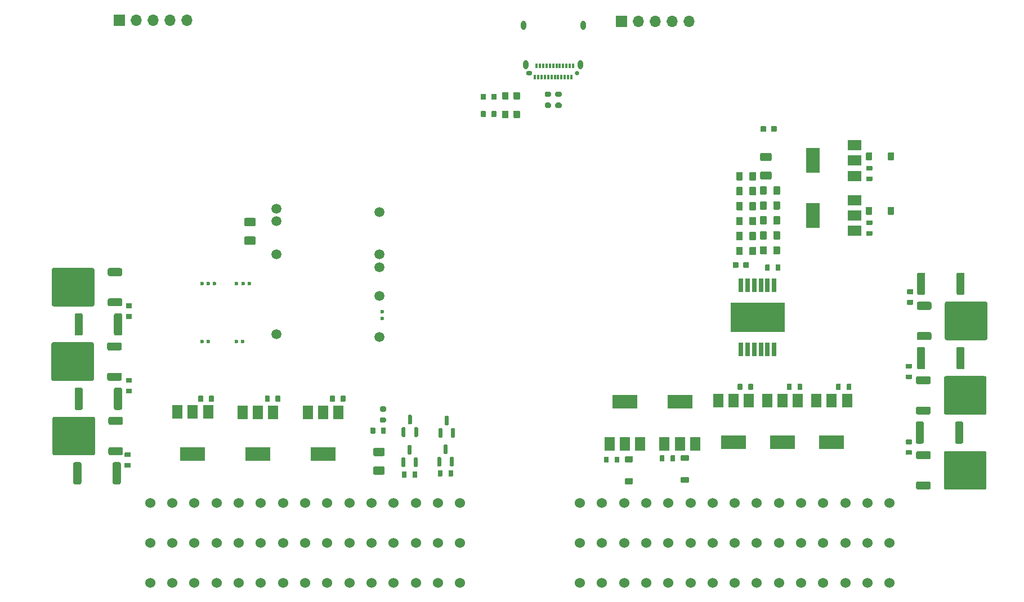
<source format=gts>
G04 #@! TF.GenerationSoftware,KiCad,Pcbnew,7.0.10-7.0.10~ubuntu22.04.1*
G04 #@! TF.CreationDate,2024-01-28T11:22:59+00:00*
G04 #@! TF.ProjectId,lewycustom,6c657779-6375-4737-946f-6d2e6b696361,rev?*
G04 #@! TF.SameCoordinates,Original*
G04 #@! TF.FileFunction,Soldermask,Top*
G04 #@! TF.FilePolarity,Negative*
%FSLAX46Y46*%
G04 Gerber Fmt 4.6, Leading zero omitted, Abs format (unit mm)*
G04 Created by KiCad (PCBNEW 7.0.10-7.0.10~ubuntu22.04.1) date 2024-01-28 11:22:59*
%MOMM*%
%LPD*%
G01*
G04 APERTURE LIST*
%ADD10C,0.600000*%
%ADD11R,1.500000X2.000000*%
%ADD12R,3.800000X2.000000*%
%ADD13C,0.650000*%
%ADD14O,0.950000X0.650000*%
%ADD15R,0.300000X0.700000*%
%ADD16O,0.800000X1.400000*%
%ADD17R,0.650000X2.000000*%
%ADD18R,8.100000X4.500000*%
%ADD19R,1.700000X1.700000*%
%ADD20O,1.700000X1.700000*%
%ADD21C,1.524000*%
%ADD22R,2.000000X1.500000*%
%ADD23R,2.000000X3.800000*%
%ADD24C,1.500000*%
G04 APERTURE END LIST*
D10*
G04 #@! TO.C,M4*
X33600000Y52950000D03*
X34550000Y52950000D03*
X35499998Y52950000D03*
X34500000Y44250000D03*
X33600000Y44250000D03*
G04 #@! TD*
D11*
G04 #@! TO.C,Q1*
X29300000Y33600000D03*
X27000000Y33600000D03*
X24700000Y33600000D03*
D12*
X27000000Y27300000D03*
G04 #@! TD*
G04 #@! TO.C,C8*
G36*
G01*
X115320000Y60725000D02*
X115320000Y59675000D01*
G75*
G02*
X115220000Y59575000I-100000J0D01*
G01*
X114420000Y59575000D01*
G75*
G02*
X114320000Y59675000I0J100000D01*
G01*
X114320000Y60725000D01*
G75*
G02*
X114420000Y60825000I100000J0D01*
G01*
X115220000Y60825000D01*
G75*
G02*
X115320000Y60725000I0J-100000D01*
G01*
G37*
G36*
G01*
X113320000Y60725000D02*
X113320000Y59675000D01*
G75*
G02*
X113220000Y59575000I-100000J0D01*
G01*
X112420000Y59575000D01*
G75*
G02*
X112320000Y59675000I0J100000D01*
G01*
X112320000Y60725000D01*
G75*
G02*
X112420000Y60825000I100000J0D01*
G01*
X113220000Y60825000D01*
G75*
G02*
X113320000Y60725000I0J-100000D01*
G01*
G37*
G04 #@! TD*
G04 #@! TO.C,D5*
G36*
G01*
X64400000Y29725000D02*
X64100000Y29725000D01*
G75*
G02*
X63950000Y29875000I0J150000D01*
G01*
X63950000Y31050000D01*
G75*
G02*
X64100000Y31200000I150000J0D01*
G01*
X64400000Y31200000D01*
G75*
G02*
X64550000Y31050000I0J-150000D01*
G01*
X64550000Y29875000D01*
G75*
G02*
X64400000Y29725000I-150000J0D01*
G01*
G37*
G36*
G01*
X65350000Y31600000D02*
X65050000Y31600000D01*
G75*
G02*
X64900000Y31750000I0J150000D01*
G01*
X64900000Y32925000D01*
G75*
G02*
X65050000Y33075000I150000J0D01*
G01*
X65350000Y33075000D01*
G75*
G02*
X65500000Y32925000I0J-150000D01*
G01*
X65500000Y31750000D01*
G75*
G02*
X65350000Y31600000I-150000J0D01*
G01*
G37*
G36*
G01*
X66300000Y29725000D02*
X66000000Y29725000D01*
G75*
G02*
X65850000Y29875000I0J150000D01*
G01*
X65850000Y31050000D01*
G75*
G02*
X66000000Y31200000I150000J0D01*
G01*
X66300000Y31200000D01*
G75*
G02*
X66450000Y31050000I0J-150000D01*
G01*
X66450000Y29875000D01*
G75*
G02*
X66300000Y29725000I-150000J0D01*
G01*
G37*
G04 #@! TD*
G04 #@! TO.C,R22*
G36*
G01*
X16375000Y37025000D02*
X16375000Y34175000D01*
G75*
G02*
X16125000Y33925000I-250000J0D01*
G01*
X15400000Y33925000D01*
G75*
G02*
X15150000Y34175000I0J250000D01*
G01*
X15150000Y37025000D01*
G75*
G02*
X15400000Y37275000I250000J0D01*
G01*
X16125000Y37275000D01*
G75*
G02*
X16375000Y37025000I0J-250000D01*
G01*
G37*
G36*
G01*
X10450000Y37025000D02*
X10450000Y34175000D01*
G75*
G02*
X10200000Y33925000I-250000J0D01*
G01*
X9475000Y33925000D01*
G75*
G02*
X9225000Y34175000I0J250000D01*
G01*
X9225000Y37025000D01*
G75*
G02*
X9475000Y37275000I250000J0D01*
G01*
X10200000Y37275000D01*
G75*
G02*
X10450000Y37025000I0J-250000D01*
G01*
G37*
G04 #@! TD*
G04 #@! TO.C,R5*
G36*
G01*
X115370000Y55740000D02*
X115370000Y54960000D01*
G75*
G02*
X115300000Y54890000I-70000J0D01*
G01*
X114740000Y54890000D01*
G75*
G02*
X114670000Y54960000I0J70000D01*
G01*
X114670000Y55740000D01*
G75*
G02*
X114740000Y55810000I70000J0D01*
G01*
X115300000Y55810000D01*
G75*
G02*
X115370000Y55740000I0J-70000D01*
G01*
G37*
G36*
G01*
X113770000Y55740000D02*
X113770000Y54960000D01*
G75*
G02*
X113700000Y54890000I-70000J0D01*
G01*
X113140000Y54890000D01*
G75*
G02*
X113070000Y54960000I0J70000D01*
G01*
X113070000Y55740000D01*
G75*
G02*
X113140000Y55810000I70000J0D01*
G01*
X113700000Y55810000D01*
G75*
G02*
X113770000Y55740000I0J-70000D01*
G01*
G37*
G04 #@! TD*
G04 #@! TO.C,D6*
G36*
G01*
X58850000Y29862500D02*
X58550000Y29862500D01*
G75*
G02*
X58400000Y30012500I0J150000D01*
G01*
X58400000Y31187500D01*
G75*
G02*
X58550000Y31337500I150000J0D01*
G01*
X58850000Y31337500D01*
G75*
G02*
X59000000Y31187500I0J-150000D01*
G01*
X59000000Y30012500D01*
G75*
G02*
X58850000Y29862500I-150000J0D01*
G01*
G37*
G36*
G01*
X59800000Y31737500D02*
X59500000Y31737500D01*
G75*
G02*
X59350000Y31887500I0J150000D01*
G01*
X59350000Y33062500D01*
G75*
G02*
X59500000Y33212500I150000J0D01*
G01*
X59800000Y33212500D01*
G75*
G02*
X59950000Y33062500I0J-150000D01*
G01*
X59950000Y31887500D01*
G75*
G02*
X59800000Y31737500I-150000J0D01*
G01*
G37*
G36*
G01*
X60750000Y29862500D02*
X60450000Y29862500D01*
G75*
G02*
X60300000Y30012500I0J150000D01*
G01*
X60300000Y31187500D01*
G75*
G02*
X60450000Y31337500I150000J0D01*
G01*
X60750000Y31337500D01*
G75*
G02*
X60900000Y31187500I0J-150000D01*
G01*
X60900000Y30012500D01*
G75*
G02*
X60750000Y29862500I-150000J0D01*
G01*
G37*
G04 #@! TD*
G04 #@! TO.C,R4*
G36*
G01*
X80675000Y79375000D02*
X80125000Y79375000D01*
G75*
G02*
X79925000Y79575000I0J200000D01*
G01*
X79925000Y79975000D01*
G75*
G02*
X80125000Y80175000I200000J0D01*
G01*
X80675000Y80175000D01*
G75*
G02*
X80875000Y79975000I0J-200000D01*
G01*
X80875000Y79575000D01*
G75*
G02*
X80675000Y79375000I-200000J0D01*
G01*
G37*
G36*
G01*
X80675000Y81025000D02*
X80125000Y81025000D01*
G75*
G02*
X79925000Y81225000I0J200000D01*
G01*
X79925000Y81625000D01*
G75*
G02*
X80125000Y81825000I200000J0D01*
G01*
X80675000Y81825000D01*
G75*
G02*
X80875000Y81625000I0J-200000D01*
G01*
X80875000Y81225000D01*
G75*
G02*
X80675000Y81025000I-200000J0D01*
G01*
G37*
G04 #@! TD*
G04 #@! TO.C,D7*
G36*
G01*
X76199999Y78849998D02*
X76199999Y77949998D01*
G75*
G02*
X76099999Y77849998I-100000J0D01*
G01*
X75299999Y77849998D01*
G75*
G02*
X75199999Y77949998I0J100000D01*
G01*
X75199999Y78849998D01*
G75*
G02*
X75299999Y78949998I100000J0D01*
G01*
X76099999Y78949998D01*
G75*
G02*
X76199999Y78849998I0J-100000D01*
G01*
G37*
G36*
G01*
X74499999Y78849998D02*
X74499999Y77949998D01*
G75*
G02*
X74399999Y77849998I-100000J0D01*
G01*
X73599999Y77849998D01*
G75*
G02*
X73499999Y77949998I0J100000D01*
G01*
X73499999Y78849998D01*
G75*
G02*
X73599999Y78949998I100000J0D01*
G01*
X74399999Y78949998D01*
G75*
G02*
X74499999Y78849998I0J-100000D01*
G01*
G37*
G04 #@! TD*
G04 #@! TO.C,C1*
G36*
G01*
X108720000Y68575000D02*
X108720000Y69625000D01*
G75*
G02*
X108820000Y69725000I100000J0D01*
G01*
X109620000Y69725000D01*
G75*
G02*
X109720000Y69625000I0J-100000D01*
G01*
X109720000Y68575000D01*
G75*
G02*
X109620000Y68475000I-100000J0D01*
G01*
X108820000Y68475000D01*
G75*
G02*
X108720000Y68575000I0J100000D01*
G01*
G37*
G36*
G01*
X110720000Y68575000D02*
X110720000Y69625000D01*
G75*
G02*
X110820000Y69725000I100000J0D01*
G01*
X111620000Y69725000D01*
G75*
G02*
X111720000Y69625000I0J-100000D01*
G01*
X111720000Y68575000D01*
G75*
G02*
X111620000Y68475000I-100000J0D01*
G01*
X110820000Y68475000D01*
G75*
G02*
X110720000Y68575000I0J100000D01*
G01*
G37*
G04 #@! TD*
G04 #@! TO.C,C5*
G36*
G01*
X108720000Y59575000D02*
X108720000Y60625000D01*
G75*
G02*
X108820000Y60725000I100000J0D01*
G01*
X109620000Y60725000D01*
G75*
G02*
X109720000Y60625000I0J-100000D01*
G01*
X109720000Y59575000D01*
G75*
G02*
X109620000Y59475000I-100000J0D01*
G01*
X108820000Y59475000D01*
G75*
G02*
X108720000Y59575000I0J100000D01*
G01*
G37*
G36*
G01*
X110720000Y59575000D02*
X110720000Y60625000D01*
G75*
G02*
X110820000Y60725000I100000J0D01*
G01*
X111620000Y60725000D01*
G75*
G02*
X111720000Y60625000I0J-100000D01*
G01*
X111720000Y59575000D01*
G75*
G02*
X111620000Y59475000I-100000J0D01*
G01*
X110820000Y59475000D01*
G75*
G02*
X110720000Y59575000I0J100000D01*
G01*
G37*
G04 #@! TD*
G04 #@! TO.C,R19*
G36*
G01*
X17010000Y38750000D02*
X17790000Y38750000D01*
G75*
G02*
X17860000Y38680000I0J-70000D01*
G01*
X17860000Y38120000D01*
G75*
G02*
X17790000Y38050000I-70000J0D01*
G01*
X17010000Y38050000D01*
G75*
G02*
X16940000Y38120000I0J70000D01*
G01*
X16940000Y38680000D01*
G75*
G02*
X17010000Y38750000I70000J0D01*
G01*
G37*
G36*
G01*
X17010000Y37150000D02*
X17790000Y37150000D01*
G75*
G02*
X17860000Y37080000I0J-70000D01*
G01*
X17860000Y36520000D01*
G75*
G02*
X17790000Y36450000I-70000J0D01*
G01*
X17010000Y36450000D01*
G75*
G02*
X16940000Y36520000I0J70000D01*
G01*
X16940000Y37080000D01*
G75*
G02*
X17010000Y37150000I70000J0D01*
G01*
G37*
G04 #@! TD*
G04 #@! TO.C,R17*
G36*
G01*
X135925000Y51495000D02*
X135925000Y54345000D01*
G75*
G02*
X136175000Y54595000I250000J0D01*
G01*
X136900000Y54595000D01*
G75*
G02*
X137150000Y54345000I0J-250000D01*
G01*
X137150000Y51495000D01*
G75*
G02*
X136900000Y51245000I-250000J0D01*
G01*
X136175000Y51245000D01*
G75*
G02*
X135925000Y51495000I0J250000D01*
G01*
G37*
G36*
G01*
X141850000Y51495000D02*
X141850000Y54345000D01*
G75*
G02*
X142100000Y54595000I250000J0D01*
G01*
X142825000Y54595000D01*
G75*
G02*
X143075000Y54345000I0J-250000D01*
G01*
X143075000Y51495000D01*
G75*
G02*
X142825000Y51245000I-250000J0D01*
G01*
X142100000Y51245000D01*
G75*
G02*
X141850000Y51495000I0J250000D01*
G01*
G37*
G04 #@! TD*
G04 #@! TO.C,R8*
G36*
G01*
X37850000Y35210000D02*
X37850000Y35990000D01*
G75*
G02*
X37920000Y36060000I70000J0D01*
G01*
X38480000Y36060000D01*
G75*
G02*
X38550000Y35990000I0J-70000D01*
G01*
X38550000Y35210000D01*
G75*
G02*
X38480000Y35140000I-70000J0D01*
G01*
X37920000Y35140000D01*
G75*
G02*
X37850000Y35210000I0J70000D01*
G01*
G37*
G36*
G01*
X39450000Y35210000D02*
X39450000Y35990000D01*
G75*
G02*
X39520000Y36060000I70000J0D01*
G01*
X40080000Y36060000D01*
G75*
G02*
X40150000Y35990000I0J-70000D01*
G01*
X40150000Y35210000D01*
G75*
G02*
X40080000Y35140000I-70000J0D01*
G01*
X39520000Y35140000D01*
G75*
G02*
X39450000Y35210000I0J70000D01*
G01*
G37*
G04 #@! TD*
G04 #@! TO.C,C11*
G36*
G01*
X115320000Y67475000D02*
X115320000Y66425000D01*
G75*
G02*
X115220000Y66325000I-100000J0D01*
G01*
X114420000Y66325000D01*
G75*
G02*
X114320000Y66425000I0J100000D01*
G01*
X114320000Y67475000D01*
G75*
G02*
X114420000Y67575000I100000J0D01*
G01*
X115220000Y67575000D01*
G75*
G02*
X115320000Y67475000I0J-100000D01*
G01*
G37*
G36*
G01*
X113320000Y67475000D02*
X113320000Y66425000D01*
G75*
G02*
X113220000Y66325000I-100000J0D01*
G01*
X112420000Y66325000D01*
G75*
G02*
X112320000Y66425000I0J100000D01*
G01*
X112320000Y67475000D01*
G75*
G02*
X112420000Y67575000I100000J0D01*
G01*
X113220000Y67575000D01*
G75*
G02*
X113320000Y67475000I0J-100000D01*
G01*
G37*
G04 #@! TD*
G04 #@! TO.C,R23*
G36*
G01*
X16175000Y25825000D02*
X16175000Y22975000D01*
G75*
G02*
X15925000Y22725000I-250000J0D01*
G01*
X15200000Y22725000D01*
G75*
G02*
X14950000Y22975000I0J250000D01*
G01*
X14950000Y25825000D01*
G75*
G02*
X15200000Y26075000I250000J0D01*
G01*
X15925000Y26075000D01*
G75*
G02*
X16175000Y25825000I0J-250000D01*
G01*
G37*
G36*
G01*
X10250000Y25825000D02*
X10250000Y22975000D01*
G75*
G02*
X10000000Y22725000I-250000J0D01*
G01*
X9275000Y22725000D01*
G75*
G02*
X9025000Y22975000I0J250000D01*
G01*
X9025000Y25825000D01*
G75*
G02*
X9275000Y26075000I250000J0D01*
G01*
X10000000Y26075000D01*
G75*
G02*
X10250000Y25825000I0J-250000D01*
G01*
G37*
G04 #@! TD*
G04 #@! TO.C,R16*
G36*
G01*
X135925000Y40295000D02*
X135925000Y43145000D01*
G75*
G02*
X136175000Y43395000I250000J0D01*
G01*
X136900000Y43395000D01*
G75*
G02*
X137150000Y43145000I0J-250000D01*
G01*
X137150000Y40295000D01*
G75*
G02*
X136900000Y40045000I-250000J0D01*
G01*
X136175000Y40045000D01*
G75*
G02*
X135925000Y40295000I0J250000D01*
G01*
G37*
G36*
G01*
X141850000Y40295000D02*
X141850000Y43145000D01*
G75*
G02*
X142100000Y43395000I250000J0D01*
G01*
X142825000Y43395000D01*
G75*
G02*
X143075000Y43145000I0J-250000D01*
G01*
X143075000Y40295000D01*
G75*
G02*
X142825000Y40045000I-250000J0D01*
G01*
X142100000Y40045000D01*
G75*
G02*
X141850000Y40295000I0J250000D01*
G01*
G37*
G04 #@! TD*
D11*
G04 #@! TO.C,Q4*
X118000000Y35350000D03*
X115700000Y35350000D03*
X113400000Y35350000D03*
D12*
X115700000Y29050000D03*
G04 #@! TD*
G04 #@! TO.C,C3*
G36*
G01*
X108720000Y64075000D02*
X108720000Y65125000D01*
G75*
G02*
X108820000Y65225000I100000J0D01*
G01*
X109620000Y65225000D01*
G75*
G02*
X109720000Y65125000I0J-100000D01*
G01*
X109720000Y64075000D01*
G75*
G02*
X109620000Y63975000I-100000J0D01*
G01*
X108820000Y63975000D01*
G75*
G02*
X108720000Y64075000I0J100000D01*
G01*
G37*
G36*
G01*
X110720000Y64075000D02*
X110720000Y65125000D01*
G75*
G02*
X110820000Y65225000I100000J0D01*
G01*
X111620000Y65225000D01*
G75*
G02*
X111720000Y65125000I0J-100000D01*
G01*
X111720000Y64075000D01*
G75*
G02*
X111620000Y63975000I-100000J0D01*
G01*
X110820000Y63975000D01*
G75*
G02*
X110720000Y64075000I0J100000D01*
G01*
G37*
G04 #@! TD*
D11*
G04 #@! TO.C,Q5*
X48900000Y33550000D03*
X46600000Y33550000D03*
X44300000Y33550000D03*
D12*
X46600000Y27250000D03*
G04 #@! TD*
G04 #@! TO.C,C2*
G36*
G01*
X108720000Y66325000D02*
X108720000Y67375000D01*
G75*
G02*
X108820000Y67475000I100000J0D01*
G01*
X109620000Y67475000D01*
G75*
G02*
X109720000Y67375000I0J-100000D01*
G01*
X109720000Y66325000D01*
G75*
G02*
X109620000Y66225000I-100000J0D01*
G01*
X108820000Y66225000D01*
G75*
G02*
X108720000Y66325000I0J100000D01*
G01*
G37*
G36*
G01*
X110720000Y66325000D02*
X110720000Y67375000D01*
G75*
G02*
X110820000Y67475000I100000J0D01*
G01*
X111620000Y67475000D01*
G75*
G02*
X111720000Y67375000I0J-100000D01*
G01*
X111720000Y66325000D01*
G75*
G02*
X111620000Y66225000I-100000J0D01*
G01*
X110820000Y66225000D01*
G75*
G02*
X110720000Y66325000I0J100000D01*
G01*
G37*
G04 #@! TD*
G04 #@! TO.C,R12*
G36*
G01*
X135090000Y27170000D02*
X134310000Y27170000D01*
G75*
G02*
X134240000Y27240000I0J70000D01*
G01*
X134240000Y27800000D01*
G75*
G02*
X134310000Y27870000I70000J0D01*
G01*
X135090000Y27870000D01*
G75*
G02*
X135160000Y27800000I0J-70000D01*
G01*
X135160000Y27240000D01*
G75*
G02*
X135090000Y27170000I-70000J0D01*
G01*
G37*
G36*
G01*
X135090000Y28770000D02*
X134310000Y28770000D01*
G75*
G02*
X134240000Y28840000I0J70000D01*
G01*
X134240000Y29400000D01*
G75*
G02*
X134310000Y29470000I70000J0D01*
G01*
X135090000Y29470000D01*
G75*
G02*
X135160000Y29400000I0J-70000D01*
G01*
X135160000Y28840000D01*
G75*
G02*
X135090000Y28770000I-70000J0D01*
G01*
G37*
G04 #@! TD*
D11*
G04 #@! TO.C,Q6*
X110600000Y35350000D03*
X108300000Y35350000D03*
X106000000Y35350000D03*
D12*
X108300000Y29050000D03*
G04 #@! TD*
G04 #@! TO.C,Q18*
G36*
G01*
X58800000Y25325000D02*
X58500000Y25325000D01*
G75*
G02*
X58350000Y25475000I0J150000D01*
G01*
X58350000Y26650000D01*
G75*
G02*
X58500000Y26800000I150000J0D01*
G01*
X58800000Y26800000D01*
G75*
G02*
X58950000Y26650000I0J-150000D01*
G01*
X58950000Y25475000D01*
G75*
G02*
X58800000Y25325000I-150000J0D01*
G01*
G37*
G36*
G01*
X59750000Y27200000D02*
X59450000Y27200000D01*
G75*
G02*
X59300000Y27350000I0J150000D01*
G01*
X59300000Y28525000D01*
G75*
G02*
X59450000Y28675000I150000J0D01*
G01*
X59750000Y28675000D01*
G75*
G02*
X59900000Y28525000I0J-150000D01*
G01*
X59900000Y27350000D01*
G75*
G02*
X59750000Y27200000I-150000J0D01*
G01*
G37*
G36*
G01*
X60700000Y25325000D02*
X60400000Y25325000D01*
G75*
G02*
X60250000Y25475000I0J150000D01*
G01*
X60250000Y26650000D01*
G75*
G02*
X60400000Y26800000I150000J0D01*
G01*
X60700000Y26800000D01*
G75*
G02*
X60850000Y26650000I0J-150000D01*
G01*
X60850000Y25475000D01*
G75*
G02*
X60700000Y25325000I-150000J0D01*
G01*
G37*
G04 #@! TD*
G04 #@! TO.C,Q9*
G36*
G01*
X135900000Y49250000D02*
X135900000Y49950000D01*
G75*
G02*
X136150000Y50200000I250000J0D01*
G01*
X137850000Y50200000D01*
G75*
G02*
X138100000Y49950000I0J-250000D01*
G01*
X138100000Y49250000D01*
G75*
G02*
X137850000Y49000000I-250000J0D01*
G01*
X136150000Y49000000D01*
G75*
G02*
X135900000Y49250000I0J250000D01*
G01*
G37*
G36*
G01*
X140100000Y44669997D02*
X140100000Y49970003D01*
G75*
G02*
X140349997Y50220000I249997J0D01*
G01*
X146250003Y50220000D01*
G75*
G02*
X146500000Y49970003I0J-249997D01*
G01*
X146500000Y44669997D01*
G75*
G02*
X146250003Y44420000I-249997J0D01*
G01*
X140349997Y44420000D01*
G75*
G02*
X140100000Y44669997I0J249997D01*
G01*
G37*
G36*
G01*
X135900000Y44690000D02*
X135900000Y45390000D01*
G75*
G02*
X136150000Y45640000I250000J0D01*
G01*
X137850000Y45640000D01*
G75*
G02*
X138100000Y45390000I0J-250000D01*
G01*
X138100000Y44690000D01*
G75*
G02*
X137850000Y44440000I-250000J0D01*
G01*
X136150000Y44440000D01*
G75*
G02*
X135900000Y44690000I0J250000D01*
G01*
G37*
G04 #@! TD*
D13*
G04 #@! TO.C,J3*
X84800000Y84640000D03*
D14*
X77600000Y84640000D03*
D15*
X83950000Y83980000D03*
X83450000Y83980000D03*
X82950000Y83980000D03*
X82450000Y83980000D03*
X81950000Y83980000D03*
X81450000Y83980000D03*
X80950000Y83980000D03*
X80450000Y83980000D03*
X79950000Y83980000D03*
X79450000Y83980000D03*
X78950000Y83980000D03*
X78450000Y83980000D03*
X78700000Y85680000D03*
X79200000Y85680000D03*
X79700000Y85680000D03*
X80200000Y85680000D03*
X80700000Y85680000D03*
X81200000Y85680000D03*
X81700000Y85680000D03*
X82200000Y85680000D03*
X82700000Y85680000D03*
X83200000Y85680000D03*
X83700000Y85680000D03*
X84200000Y85680000D03*
D16*
X85690000Y91840000D03*
X85330000Y85890000D03*
X77070000Y85890000D03*
X76710000Y91840000D03*
G04 #@! TD*
G04 #@! TO.C,R26*
G36*
G01*
X128360000Y62450000D02*
X129140000Y62450000D01*
G75*
G02*
X129210000Y62380000I0J-70000D01*
G01*
X129210000Y61820000D01*
G75*
G02*
X129140000Y61750000I-70000J0D01*
G01*
X128360000Y61750000D01*
G75*
G02*
X128290000Y61820000I0J70000D01*
G01*
X128290000Y62380000D01*
G75*
G02*
X128360000Y62450000I70000J0D01*
G01*
G37*
G36*
G01*
X128360000Y60850000D02*
X129140000Y60850000D01*
G75*
G02*
X129210000Y60780000I0J-70000D01*
G01*
X129210000Y60220000D01*
G75*
G02*
X129140000Y60150000I-70000J0D01*
G01*
X128360000Y60150000D01*
G75*
G02*
X128290000Y60220000I0J70000D01*
G01*
X128290000Y60780000D01*
G75*
G02*
X128360000Y60850000I70000J0D01*
G01*
G37*
G04 #@! TD*
G04 #@! TO.C,R13*
G36*
G01*
X135090000Y38570000D02*
X134310000Y38570000D01*
G75*
G02*
X134240000Y38640000I0J70000D01*
G01*
X134240000Y39200000D01*
G75*
G02*
X134310000Y39270000I70000J0D01*
G01*
X135090000Y39270000D01*
G75*
G02*
X135160000Y39200000I0J-70000D01*
G01*
X135160000Y38640000D01*
G75*
G02*
X135090000Y38570000I-70000J0D01*
G01*
G37*
G36*
G01*
X135090000Y40170000D02*
X134310000Y40170000D01*
G75*
G02*
X134240000Y40240000I0J70000D01*
G01*
X134240000Y40800000D01*
G75*
G02*
X134310000Y40870000I70000J0D01*
G01*
X135090000Y40870000D01*
G75*
G02*
X135160000Y40800000I0J-70000D01*
G01*
X135160000Y40240000D01*
G75*
G02*
X135090000Y40170000I-70000J0D01*
G01*
G37*
G04 #@! TD*
G04 #@! TO.C,D4*
G36*
G01*
X128250000Y71590000D02*
X128250000Y72610000D01*
G75*
G02*
X128340000Y72700000I90000J0D01*
G01*
X129060000Y72700000D01*
G75*
G02*
X129150000Y72610000I0J-90000D01*
G01*
X129150000Y71590000D01*
G75*
G02*
X129060000Y71500000I-90000J0D01*
G01*
X128340000Y71500000D01*
G75*
G02*
X128250000Y71590000I0J90000D01*
G01*
G37*
G36*
G01*
X131550000Y71590000D02*
X131550000Y72610000D01*
G75*
G02*
X131640000Y72700000I90000J0D01*
G01*
X132360000Y72700000D01*
G75*
G02*
X132450000Y72610000I0J-90000D01*
G01*
X132450000Y71590000D01*
G75*
G02*
X132360000Y71500000I-90000J0D01*
G01*
X131640000Y71500000D01*
G75*
G02*
X131550000Y71590000I0J90000D01*
G01*
G37*
G04 #@! TD*
G04 #@! TO.C,Q7*
G36*
G01*
X135775000Y26775000D02*
X135775000Y27475000D01*
G75*
G02*
X136025000Y27725000I250000J0D01*
G01*
X137725000Y27725000D01*
G75*
G02*
X137975000Y27475000I0J-250000D01*
G01*
X137975000Y26775000D01*
G75*
G02*
X137725000Y26525000I-250000J0D01*
G01*
X136025000Y26525000D01*
G75*
G02*
X135775000Y26775000I0J250000D01*
G01*
G37*
G36*
G01*
X139975000Y22194997D02*
X139975000Y27495003D01*
G75*
G02*
X140224997Y27745000I249997J0D01*
G01*
X146125003Y27745000D01*
G75*
G02*
X146375000Y27495003I0J-249997D01*
G01*
X146375000Y22194997D01*
G75*
G02*
X146125003Y21945000I-249997J0D01*
G01*
X140224997Y21945000D01*
G75*
G02*
X139975000Y22194997I0J249997D01*
G01*
G37*
G36*
G01*
X135775000Y22215000D02*
X135775000Y22915000D01*
G75*
G02*
X136025000Y23165000I250000J0D01*
G01*
X137725000Y23165000D01*
G75*
G02*
X137975000Y22915000I0J-250000D01*
G01*
X137975000Y22215000D01*
G75*
G02*
X137725000Y21965000I-250000J0D01*
G01*
X136025000Y21965000D01*
G75*
G02*
X135775000Y22215000I0J250000D01*
G01*
G37*
G04 #@! TD*
G04 #@! TO.C,R25*
G36*
G01*
X99550000Y27040000D02*
X99550000Y26260000D01*
G75*
G02*
X99480000Y26190000I-70000J0D01*
G01*
X98920000Y26190000D01*
G75*
G02*
X98850000Y26260000I0J70000D01*
G01*
X98850000Y27040000D01*
G75*
G02*
X98920000Y27110000I70000J0D01*
G01*
X99480000Y27110000D01*
G75*
G02*
X99550000Y27040000I0J-70000D01*
G01*
G37*
G36*
G01*
X97950000Y27040000D02*
X97950000Y26260000D01*
G75*
G02*
X97880000Y26190000I-70000J0D01*
G01*
X97320000Y26190000D01*
G75*
G02*
X97250000Y26260000I0J70000D01*
G01*
X97250000Y27040000D01*
G75*
G02*
X97320000Y27110000I70000J0D01*
G01*
X97880000Y27110000D01*
G75*
G02*
X97950000Y27040000I0J-70000D01*
G01*
G37*
G04 #@! TD*
G04 #@! TO.C,R30*
G36*
G01*
X72650000Y78840000D02*
X72650000Y78060000D01*
G75*
G02*
X72580000Y77990000I-70000J0D01*
G01*
X72020000Y77990000D01*
G75*
G02*
X71950000Y78060000I0J70000D01*
G01*
X71950000Y78840000D01*
G75*
G02*
X72020000Y78910000I70000J0D01*
G01*
X72580000Y78910000D01*
G75*
G02*
X72650000Y78840000I0J-70000D01*
G01*
G37*
G36*
G01*
X71050000Y78840000D02*
X71050000Y78060000D01*
G75*
G02*
X70980000Y77990000I-70000J0D01*
G01*
X70420000Y77990000D01*
G75*
G02*
X70350000Y78060000I0J70000D01*
G01*
X70350000Y78840000D01*
G75*
G02*
X70420000Y78910000I70000J0D01*
G01*
X70980000Y78910000D01*
G75*
G02*
X71050000Y78840000I0J-70000D01*
G01*
G37*
G04 #@! TD*
D17*
G04 #@! TO.C,U2*
X114440000Y52675000D03*
X113440000Y52675000D03*
X112440000Y52675000D03*
X111440000Y52675000D03*
X110440000Y52675000D03*
X109440000Y52675000D03*
X109440000Y43075000D03*
X110440000Y43075000D03*
X111440000Y43075000D03*
X112440000Y43075000D03*
X113440000Y43075000D03*
X114440000Y43075000D03*
D18*
X111940000Y47875000D03*
G04 #@! TD*
G04 #@! TO.C,R6*
G36*
G01*
X27850000Y35210000D02*
X27850000Y35990000D01*
G75*
G02*
X27920000Y36060000I70000J0D01*
G01*
X28480000Y36060000D01*
G75*
G02*
X28550000Y35990000I0J-70000D01*
G01*
X28550000Y35210000D01*
G75*
G02*
X28480000Y35140000I-70000J0D01*
G01*
X27920000Y35140000D01*
G75*
G02*
X27850000Y35210000I0J70000D01*
G01*
G37*
G36*
G01*
X29450000Y35210000D02*
X29450000Y35990000D01*
G75*
G02*
X29520000Y36060000I70000J0D01*
G01*
X30080000Y36060000D01*
G75*
G02*
X30150000Y35990000I0J-70000D01*
G01*
X30150000Y35210000D01*
G75*
G02*
X30080000Y35140000I-70000J0D01*
G01*
X29520000Y35140000D01*
G75*
G02*
X29450000Y35210000I0J70000D01*
G01*
G37*
G04 #@! TD*
G04 #@! TO.C,Q11*
G36*
G01*
X16325000Y39270000D02*
X16325000Y38570000D01*
G75*
G02*
X16075000Y38320000I-250000J0D01*
G01*
X14375000Y38320000D01*
G75*
G02*
X14125000Y38570000I0J250000D01*
G01*
X14125000Y39270000D01*
G75*
G02*
X14375000Y39520000I250000J0D01*
G01*
X16075000Y39520000D01*
G75*
G02*
X16325000Y39270000I0J-250000D01*
G01*
G37*
G36*
G01*
X12125000Y43850003D02*
X12125000Y38549997D01*
G75*
G02*
X11875003Y38300000I-249997J0D01*
G01*
X5974997Y38300000D01*
G75*
G02*
X5725000Y38549997I0J249997D01*
G01*
X5725000Y43850003D01*
G75*
G02*
X5974997Y44100000I249997J0D01*
G01*
X11875003Y44100000D01*
G75*
G02*
X12125000Y43850003I0J-249997D01*
G01*
G37*
G36*
G01*
X16325000Y43830000D02*
X16325000Y43130000D01*
G75*
G02*
X16075000Y42880000I-250000J0D01*
G01*
X14375000Y42880000D01*
G75*
G02*
X14125000Y43130000I0J250000D01*
G01*
X14125000Y43830000D01*
G75*
G02*
X14375000Y44080000I250000J0D01*
G01*
X16075000Y44080000D01*
G75*
G02*
X16325000Y43830000I0J-250000D01*
G01*
G37*
G04 #@! TD*
D11*
G04 #@! TO.C,Q2*
X125400000Y35350000D03*
X123100000Y35350000D03*
X120800000Y35350000D03*
D12*
X123100000Y29050000D03*
G04 #@! TD*
D19*
G04 #@! TO.C,J2*
X15980000Y92600000D03*
D20*
X18520000Y92600000D03*
X21060000Y92600000D03*
X23600000Y92600000D03*
X26140000Y92600000D03*
G04 #@! TD*
G04 #@! TO.C,R24*
G36*
G01*
X91150000Y26840000D02*
X91150000Y26060000D01*
G75*
G02*
X91080000Y25990000I-70000J0D01*
G01*
X90520000Y25990000D01*
G75*
G02*
X90450000Y26060000I0J70000D01*
G01*
X90450000Y26840000D01*
G75*
G02*
X90520000Y26910000I70000J0D01*
G01*
X91080000Y26910000D01*
G75*
G02*
X91150000Y26840000I0J-70000D01*
G01*
G37*
G36*
G01*
X89550000Y26840000D02*
X89550000Y26060000D01*
G75*
G02*
X89480000Y25990000I-70000J0D01*
G01*
X88920000Y25990000D01*
G75*
G02*
X88850000Y26060000I0J70000D01*
G01*
X88850000Y26840000D01*
G75*
G02*
X88920000Y26910000I70000J0D01*
G01*
X89480000Y26910000D01*
G75*
G02*
X89550000Y26840000I0J-70000D01*
G01*
G37*
G04 #@! TD*
G04 #@! TO.C,R1*
G36*
G01*
X55325000Y34450000D02*
X55875000Y34450000D01*
G75*
G02*
X56075000Y34250000I0J-200000D01*
G01*
X56075000Y33850000D01*
G75*
G02*
X55875000Y33650000I-200000J0D01*
G01*
X55325000Y33650000D01*
G75*
G02*
X55125000Y33850000I0J200000D01*
G01*
X55125000Y34250000D01*
G75*
G02*
X55325000Y34450000I200000J0D01*
G01*
G37*
G36*
G01*
X55325000Y32800000D02*
X55875000Y32800000D01*
G75*
G02*
X56075000Y32600000I0J-200000D01*
G01*
X56075000Y32200000D01*
G75*
G02*
X55875000Y32000000I-200000J0D01*
G01*
X55325000Y32000000D01*
G75*
G02*
X55125000Y32200000I0J200000D01*
G01*
X55125000Y32600000D01*
G75*
G02*
X55325000Y32800000I200000J0D01*
G01*
G37*
G04 #@! TD*
G04 #@! TO.C,C10*
G36*
G01*
X115320000Y65225000D02*
X115320000Y64175000D01*
G75*
G02*
X115220000Y64075000I-100000J0D01*
G01*
X114420000Y64075000D01*
G75*
G02*
X114320000Y64175000I0J100000D01*
G01*
X114320000Y65225000D01*
G75*
G02*
X114420000Y65325000I100000J0D01*
G01*
X115220000Y65325000D01*
G75*
G02*
X115320000Y65225000I0J-100000D01*
G01*
G37*
G36*
G01*
X113320000Y65225000D02*
X113320000Y64175000D01*
G75*
G02*
X113220000Y64075000I-100000J0D01*
G01*
X112420000Y64075000D01*
G75*
G02*
X112320000Y64175000I0J100000D01*
G01*
X112320000Y65225000D01*
G75*
G02*
X112420000Y65325000I100000J0D01*
G01*
X113220000Y65325000D01*
G75*
G02*
X113320000Y65225000I0J-100000D01*
G01*
G37*
G04 #@! TD*
G04 #@! TO.C,Q17*
G36*
G01*
X64200000Y25387500D02*
X63900000Y25387500D01*
G75*
G02*
X63750000Y25537500I0J150000D01*
G01*
X63750000Y26712500D01*
G75*
G02*
X63900000Y26862500I150000J0D01*
G01*
X64200000Y26862500D01*
G75*
G02*
X64350000Y26712500I0J-150000D01*
G01*
X64350000Y25537500D01*
G75*
G02*
X64200000Y25387500I-150000J0D01*
G01*
G37*
G36*
G01*
X65150000Y27262500D02*
X64850000Y27262500D01*
G75*
G02*
X64700000Y27412500I0J150000D01*
G01*
X64700000Y28587500D01*
G75*
G02*
X64850000Y28737500I150000J0D01*
G01*
X65150000Y28737500D01*
G75*
G02*
X65300000Y28587500I0J-150000D01*
G01*
X65300000Y27412500D01*
G75*
G02*
X65150000Y27262500I-150000J0D01*
G01*
G37*
G36*
G01*
X66100000Y25387500D02*
X65800000Y25387500D01*
G75*
G02*
X65650000Y25537500I0J150000D01*
G01*
X65650000Y26712500D01*
G75*
G02*
X65800000Y26862500I150000J0D01*
G01*
X66100000Y26862500D01*
G75*
G02*
X66250000Y26712500I0J-150000D01*
G01*
X66250000Y25537500D01*
G75*
G02*
X66100000Y25387500I-150000J0D01*
G01*
G37*
G04 #@! TD*
G04 #@! TO.C,R20*
G36*
G01*
X16810000Y27550000D02*
X17590000Y27550000D01*
G75*
G02*
X17660000Y27480000I0J-70000D01*
G01*
X17660000Y26920000D01*
G75*
G02*
X17590000Y26850000I-70000J0D01*
G01*
X16810000Y26850000D01*
G75*
G02*
X16740000Y26920000I0J70000D01*
G01*
X16740000Y27480000D01*
G75*
G02*
X16810000Y27550000I70000J0D01*
G01*
G37*
G36*
G01*
X16810000Y25950000D02*
X17590000Y25950000D01*
G75*
G02*
X17660000Y25880000I0J-70000D01*
G01*
X17660000Y25320000D01*
G75*
G02*
X17590000Y25250000I-70000J0D01*
G01*
X16810000Y25250000D01*
G75*
G02*
X16740000Y25320000I0J70000D01*
G01*
X16740000Y25880000D01*
G75*
G02*
X16810000Y25950000I70000J0D01*
G01*
G37*
G04 #@! TD*
G04 #@! TO.C,D1*
G36*
G01*
X92090000Y26950000D02*
X93110000Y26950000D01*
G75*
G02*
X93200000Y26860000I0J-90000D01*
G01*
X93200000Y26140000D01*
G75*
G02*
X93110000Y26050000I-90000J0D01*
G01*
X92090000Y26050000D01*
G75*
G02*
X92000000Y26140000I0J90000D01*
G01*
X92000000Y26860000D01*
G75*
G02*
X92090000Y26950000I90000J0D01*
G01*
G37*
G36*
G01*
X92090000Y23650000D02*
X93110000Y23650000D01*
G75*
G02*
X93200000Y23560000I0J-90000D01*
G01*
X93200000Y22840000D01*
G75*
G02*
X93110000Y22750000I-90000J0D01*
G01*
X92090000Y22750000D01*
G75*
G02*
X92000000Y22840000I0J90000D01*
G01*
X92000000Y23560000D01*
G75*
G02*
X92090000Y23650000I90000J0D01*
G01*
G37*
G04 #@! TD*
G04 #@! TO.C,R21*
G36*
G01*
X16375000Y48225000D02*
X16375000Y45375000D01*
G75*
G02*
X16125000Y45125000I-250000J0D01*
G01*
X15400000Y45125000D01*
G75*
G02*
X15150000Y45375000I0J250000D01*
G01*
X15150000Y48225000D01*
G75*
G02*
X15400000Y48475000I250000J0D01*
G01*
X16125000Y48475000D01*
G75*
G02*
X16375000Y48225000I0J-250000D01*
G01*
G37*
G36*
G01*
X10450000Y48225000D02*
X10450000Y45375000D01*
G75*
G02*
X10200000Y45125000I-250000J0D01*
G01*
X9475000Y45125000D01*
G75*
G02*
X9225000Y45375000I0J250000D01*
G01*
X9225000Y48225000D01*
G75*
G02*
X9475000Y48475000I250000J0D01*
G01*
X10200000Y48475000D01*
G75*
G02*
X10450000Y48225000I0J-250000D01*
G01*
G37*
G04 #@! TD*
G04 #@! TO.C,R3*
G36*
G01*
X82275000Y79375000D02*
X81725000Y79375000D01*
G75*
G02*
X81525000Y79575000I0J200000D01*
G01*
X81525000Y79975000D01*
G75*
G02*
X81725000Y80175000I200000J0D01*
G01*
X82275000Y80175000D01*
G75*
G02*
X82475000Y79975000I0J-200000D01*
G01*
X82475000Y79575000D01*
G75*
G02*
X82275000Y79375000I-200000J0D01*
G01*
G37*
G36*
G01*
X82275000Y81025000D02*
X81725000Y81025000D01*
G75*
G02*
X81525000Y81225000I0J200000D01*
G01*
X81525000Y81625000D01*
G75*
G02*
X81725000Y81825000I200000J0D01*
G01*
X82275000Y81825000D01*
G75*
G02*
X82475000Y81625000I0J-200000D01*
G01*
X82475000Y81225000D01*
G75*
G02*
X82275000Y81025000I-200000J0D01*
G01*
G37*
G04 #@! TD*
D21*
G04 #@! TO.C,U1*
X20580000Y7944000D03*
X23910000Y7944000D03*
X27240000Y7944000D03*
X30570000Y7944000D03*
X33900000Y7944000D03*
X37230000Y7944000D03*
X40560000Y7944000D03*
X43890000Y7944000D03*
X47220000Y7944000D03*
X50560000Y7944000D03*
X53880000Y7944000D03*
X57210000Y7944000D03*
X60540000Y7944000D03*
X63870000Y7944000D03*
X67200000Y7944000D03*
X20580000Y13944000D03*
X23910000Y13944000D03*
X27240000Y13944000D03*
X30570000Y13944000D03*
X33900000Y13944000D03*
X37230000Y13944000D03*
X40560000Y13944000D03*
X43890000Y13944000D03*
X47220000Y13944000D03*
X50550000Y13944000D03*
X53880000Y13944000D03*
X57210000Y13944000D03*
X60540000Y13944000D03*
X63870000Y13944000D03*
X67200000Y13944000D03*
X20580000Y19944000D03*
X23910000Y19944000D03*
X27240000Y19944000D03*
X30570000Y19944000D03*
X33900000Y19944000D03*
X37230000Y19944000D03*
X40560000Y19944000D03*
X43890000Y19944000D03*
X47220000Y19944000D03*
X50550000Y19944000D03*
X53880000Y19944000D03*
X57210000Y19944000D03*
X60540000Y19944000D03*
X63870000Y19944000D03*
X67200000Y19944000D03*
X85200000Y7944000D03*
X88530000Y7944000D03*
X91860000Y7944000D03*
X95190000Y7944000D03*
X98520000Y7944000D03*
X101850000Y7944000D03*
X105180000Y7944000D03*
X108510000Y7944000D03*
X111840000Y7944000D03*
X115170000Y7944000D03*
X118500000Y7944000D03*
X121830000Y7944000D03*
X125160000Y7944000D03*
X128490000Y7944000D03*
X131820000Y7944000D03*
X85200000Y13944000D03*
X88530000Y13944000D03*
X91860000Y13944000D03*
X95190000Y13944000D03*
X98520000Y13944000D03*
X101850000Y13944000D03*
X105180000Y13944000D03*
X108510000Y13944000D03*
X111840000Y13944000D03*
X115170000Y13944000D03*
X118500000Y13944000D03*
X121830000Y13944000D03*
X125160000Y13944000D03*
X128490000Y13944000D03*
X131820000Y13944000D03*
X85200000Y19944000D03*
X88530000Y19944000D03*
X91860000Y19944000D03*
X95190000Y19944000D03*
X98520000Y19944000D03*
X101850000Y19944000D03*
X105180000Y19944000D03*
X108510000Y19944000D03*
X111840000Y19944000D03*
X115170000Y19944000D03*
X118500000Y19944000D03*
X121830000Y19944000D03*
X125160000Y19944000D03*
X128490000Y19944000D03*
X131820000Y19944000D03*
G04 #@! TD*
D19*
G04 #@! TO.C,J1*
X91520000Y92400000D03*
D20*
X94060000Y92400000D03*
X96600000Y92400000D03*
X99140000Y92400000D03*
X101680000Y92400000D03*
G04 #@! TD*
G04 #@! TO.C,Q12*
G36*
G01*
X16500000Y28070000D02*
X16500000Y27370000D01*
G75*
G02*
X16250000Y27120000I-250000J0D01*
G01*
X14550000Y27120000D01*
G75*
G02*
X14300000Y27370000I0J250000D01*
G01*
X14300000Y28070000D01*
G75*
G02*
X14550000Y28320000I250000J0D01*
G01*
X16250000Y28320000D01*
G75*
G02*
X16500000Y28070000I0J-250000D01*
G01*
G37*
G36*
G01*
X12300000Y32650003D02*
X12300000Y27349997D01*
G75*
G02*
X12050003Y27100000I-249997J0D01*
G01*
X6149997Y27100000D01*
G75*
G02*
X5900000Y27349997I0J249997D01*
G01*
X5900000Y32650003D01*
G75*
G02*
X6149997Y32900000I249997J0D01*
G01*
X12050003Y32900000D01*
G75*
G02*
X12300000Y32650003I0J-249997D01*
G01*
G37*
G36*
G01*
X16500000Y32630000D02*
X16500000Y31930000D01*
G75*
G02*
X16250000Y31680000I-250000J0D01*
G01*
X14550000Y31680000D01*
G75*
G02*
X14300000Y31930000I0J250000D01*
G01*
X14300000Y32630000D01*
G75*
G02*
X14550000Y32880000I250000J0D01*
G01*
X16250000Y32880000D01*
G75*
G02*
X16500000Y32630000I0J-250000D01*
G01*
G37*
G04 #@! TD*
D22*
G04 #@! TO.C,Q16*
X126550000Y69150000D03*
X126550000Y71450000D03*
X126550000Y73750000D03*
D23*
X120250000Y71450000D03*
G04 #@! TD*
D22*
G04 #@! TO.C,Q15*
X126550000Y60900000D03*
X126550000Y63200000D03*
X126550000Y65500000D03*
D23*
X120250000Y63200000D03*
G04 #@! TD*
G04 #@! TO.C,C9*
G36*
G01*
X115320000Y62975000D02*
X115320000Y61925000D01*
G75*
G02*
X115220000Y61825000I-100000J0D01*
G01*
X114420000Y61825000D01*
G75*
G02*
X114320000Y61925000I0J100000D01*
G01*
X114320000Y62975000D01*
G75*
G02*
X114420000Y63075000I100000J0D01*
G01*
X115220000Y63075000D01*
G75*
G02*
X115320000Y62975000I0J-100000D01*
G01*
G37*
G36*
G01*
X113320000Y62975000D02*
X113320000Y61925000D01*
G75*
G02*
X113220000Y61825000I-100000J0D01*
G01*
X112420000Y61825000D01*
G75*
G02*
X112320000Y61925000I0J100000D01*
G01*
X112320000Y62975000D01*
G75*
G02*
X112420000Y63075000I100000J0D01*
G01*
X113220000Y63075000D01*
G75*
G02*
X113320000Y62975000I0J-100000D01*
G01*
G37*
G04 #@! TD*
G04 #@! TO.C,R18*
G36*
G01*
X17010000Y49950000D02*
X17790000Y49950000D01*
G75*
G02*
X17860000Y49880000I0J-70000D01*
G01*
X17860000Y49320000D01*
G75*
G02*
X17790000Y49250000I-70000J0D01*
G01*
X17010000Y49250000D01*
G75*
G02*
X16940000Y49320000I0J70000D01*
G01*
X16940000Y49880000D01*
G75*
G02*
X17010000Y49950000I70000J0D01*
G01*
G37*
G36*
G01*
X17010000Y48350000D02*
X17790000Y48350000D01*
G75*
G02*
X17860000Y48280000I0J-70000D01*
G01*
X17860000Y47720000D01*
G75*
G02*
X17790000Y47650000I-70000J0D01*
G01*
X17010000Y47650000D01*
G75*
G02*
X16940000Y47720000I0J70000D01*
G01*
X16940000Y48280000D01*
G75*
G02*
X17010000Y48350000I70000J0D01*
G01*
G37*
G04 #@! TD*
G04 #@! TO.C,F3*
G36*
G01*
X112575000Y72625000D02*
X113825000Y72625000D01*
G75*
G02*
X114075000Y72375000I0J-250000D01*
G01*
X114075000Y71625000D01*
G75*
G02*
X113825000Y71375000I-250000J0D01*
G01*
X112575000Y71375000D01*
G75*
G02*
X112325000Y71625000I0J250000D01*
G01*
X112325000Y72375000D01*
G75*
G02*
X112575000Y72625000I250000J0D01*
G01*
G37*
G36*
G01*
X112575000Y69825000D02*
X113825000Y69825000D01*
G75*
G02*
X114075000Y69575000I0J-250000D01*
G01*
X114075000Y68825000D01*
G75*
G02*
X113825000Y68575000I-250000J0D01*
G01*
X112575000Y68575000D01*
G75*
G02*
X112325000Y68825000I0J250000D01*
G01*
X112325000Y69575000D01*
G75*
G02*
X112575000Y69825000I250000J0D01*
G01*
G37*
G04 #@! TD*
D24*
G04 #@! TO.C,M5*
X55074996Y63725000D03*
X55074996Y57325003D03*
X55074996Y55425000D03*
X55074996Y51125000D03*
D10*
X55524995Y48725003D03*
X55524995Y47725002D03*
D24*
X55074996Y44875000D03*
X39574999Y64175002D03*
X39574999Y62325003D03*
X39574999Y57375000D03*
X39574999Y45325002D03*
G04 #@! TD*
G04 #@! TO.C,R14*
G36*
G01*
X135290000Y49770000D02*
X134510000Y49770000D01*
G75*
G02*
X134440000Y49840000I0J70000D01*
G01*
X134440000Y50400000D01*
G75*
G02*
X134510000Y50470000I70000J0D01*
G01*
X135290000Y50470000D01*
G75*
G02*
X135360000Y50400000I0J-70000D01*
G01*
X135360000Y49840000D01*
G75*
G02*
X135290000Y49770000I-70000J0D01*
G01*
G37*
G36*
G01*
X135290000Y51370000D02*
X134510000Y51370000D01*
G75*
G02*
X134440000Y51440000I0J70000D01*
G01*
X134440000Y52000000D01*
G75*
G02*
X134510000Y52070000I70000J0D01*
G01*
X135290000Y52070000D01*
G75*
G02*
X135360000Y52000000I0J-70000D01*
G01*
X135360000Y51440000D01*
G75*
G02*
X135290000Y51370000I-70000J0D01*
G01*
G37*
G04 #@! TD*
D11*
G04 #@! TO.C,Q3*
X39100000Y33550000D03*
X36800000Y33550000D03*
X34500000Y33550000D03*
D12*
X36800000Y27250000D03*
G04 #@! TD*
G04 #@! TO.C,R2*
G36*
G01*
X56040000Y31215000D02*
X56040000Y30435000D01*
G75*
G02*
X55970000Y30365000I-70000J0D01*
G01*
X55410000Y30365000D01*
G75*
G02*
X55340000Y30435000I0J70000D01*
G01*
X55340000Y31215000D01*
G75*
G02*
X55410000Y31285000I70000J0D01*
G01*
X55970000Y31285000D01*
G75*
G02*
X56040000Y31215000I0J-70000D01*
G01*
G37*
G36*
G01*
X54440000Y31215000D02*
X54440000Y30435000D01*
G75*
G02*
X54370000Y30365000I-70000J0D01*
G01*
X53810000Y30365000D01*
G75*
G02*
X53740000Y30435000I0J70000D01*
G01*
X53740000Y31215000D01*
G75*
G02*
X53810000Y31285000I70000J0D01*
G01*
X54370000Y31285000D01*
G75*
G02*
X54440000Y31215000I0J-70000D01*
G01*
G37*
G04 #@! TD*
G04 #@! TO.C,C13*
G36*
G01*
X112384999Y75860000D02*
X112384999Y76540000D01*
G75*
G02*
X112469999Y76625000I85000J0D01*
G01*
X113149999Y76625000D01*
G75*
G02*
X113234999Y76540000I0J-85000D01*
G01*
X113234999Y75860000D01*
G75*
G02*
X113149999Y75775000I-85000J0D01*
G01*
X112469999Y75775000D01*
G75*
G02*
X112384999Y75860000I0J85000D01*
G01*
G37*
G36*
G01*
X113965001Y75860000D02*
X113965001Y76540000D01*
G75*
G02*
X114050001Y76625000I85000J0D01*
G01*
X114730001Y76625000D01*
G75*
G02*
X114815001Y76540000I0J-85000D01*
G01*
X114815001Y75860000D01*
G75*
G02*
X114730001Y75775000I-85000J0D01*
G01*
X114050001Y75775000D01*
G75*
G02*
X113965001Y75860000I0J85000D01*
G01*
G37*
G04 #@! TD*
G04 #@! TO.C,R10*
G36*
G01*
X47650000Y35210000D02*
X47650000Y35990000D01*
G75*
G02*
X47720000Y36060000I70000J0D01*
G01*
X48280000Y36060000D01*
G75*
G02*
X48350000Y35990000I0J-70000D01*
G01*
X48350000Y35210000D01*
G75*
G02*
X48280000Y35140000I-70000J0D01*
G01*
X47720000Y35140000D01*
G75*
G02*
X47650000Y35210000I0J70000D01*
G01*
G37*
G36*
G01*
X49250000Y35210000D02*
X49250000Y35990000D01*
G75*
G02*
X49320000Y36060000I70000J0D01*
G01*
X49880000Y36060000D01*
G75*
G02*
X49950000Y35990000I0J-70000D01*
G01*
X49950000Y35210000D01*
G75*
G02*
X49880000Y35140000I-70000J0D01*
G01*
X49320000Y35140000D01*
G75*
G02*
X49250000Y35210000I0J70000D01*
G01*
G37*
G04 #@! TD*
G04 #@! TO.C,R9*
G36*
G01*
X116350000Y37010000D02*
X116350000Y37790000D01*
G75*
G02*
X116420000Y37860000I70000J0D01*
G01*
X116980000Y37860000D01*
G75*
G02*
X117050000Y37790000I0J-70000D01*
G01*
X117050000Y37010000D01*
G75*
G02*
X116980000Y36940000I-70000J0D01*
G01*
X116420000Y36940000D01*
G75*
G02*
X116350000Y37010000I0J70000D01*
G01*
G37*
G36*
G01*
X117950000Y37010000D02*
X117950000Y37790000D01*
G75*
G02*
X118020000Y37860000I70000J0D01*
G01*
X118580000Y37860000D01*
G75*
G02*
X118650000Y37790000I0J-70000D01*
G01*
X118650000Y37010000D01*
G75*
G02*
X118580000Y36940000I-70000J0D01*
G01*
X118020000Y36940000D01*
G75*
G02*
X117950000Y37010000I0J70000D01*
G01*
G37*
G04 #@! TD*
G04 #@! TO.C,C12*
G36*
G01*
X108214999Y55410000D02*
X108214999Y56090000D01*
G75*
G02*
X108299999Y56175000I85000J0D01*
G01*
X108979999Y56175000D01*
G75*
G02*
X109064999Y56090000I0J-85000D01*
G01*
X109064999Y55410000D01*
G75*
G02*
X108979999Y55325000I-85000J0D01*
G01*
X108299999Y55325000D01*
G75*
G02*
X108214999Y55410000I0J85000D01*
G01*
G37*
G36*
G01*
X109795001Y55410000D02*
X109795001Y56090000D01*
G75*
G02*
X109880001Y56175000I85000J0D01*
G01*
X110560001Y56175000D01*
G75*
G02*
X110645001Y56090000I0J-85000D01*
G01*
X110645001Y55410000D01*
G75*
G02*
X110560001Y55325000I-85000J0D01*
G01*
X109880001Y55325000D01*
G75*
G02*
X109795001Y55410000I0J85000D01*
G01*
G37*
G04 #@! TD*
G04 #@! TO.C,D3*
G36*
G01*
X128250000Y63390000D02*
X128250000Y64410000D01*
G75*
G02*
X128340000Y64500000I90000J0D01*
G01*
X129060000Y64500000D01*
G75*
G02*
X129150000Y64410000I0J-90000D01*
G01*
X129150000Y63390000D01*
G75*
G02*
X129060000Y63300000I-90000J0D01*
G01*
X128340000Y63300000D01*
G75*
G02*
X128250000Y63390000I0J90000D01*
G01*
G37*
G36*
G01*
X131550000Y63390000D02*
X131550000Y64410000D01*
G75*
G02*
X131640000Y64500000I90000J0D01*
G01*
X132360000Y64500000D01*
G75*
G02*
X132450000Y64410000I0J-90000D01*
G01*
X132450000Y63390000D01*
G75*
G02*
X132360000Y63300000I-90000J0D01*
G01*
X131640000Y63300000D01*
G75*
G02*
X131550000Y63390000I0J90000D01*
G01*
G37*
G04 #@! TD*
G04 #@! TO.C,F2*
G36*
G01*
X55625000Y24175000D02*
X54375000Y24175000D01*
G75*
G02*
X54125000Y24425000I0J250000D01*
G01*
X54125000Y25175000D01*
G75*
G02*
X54375000Y25425000I250000J0D01*
G01*
X55625000Y25425000D01*
G75*
G02*
X55875000Y25175000I0J-250000D01*
G01*
X55875000Y24425000D01*
G75*
G02*
X55625000Y24175000I-250000J0D01*
G01*
G37*
G36*
G01*
X55625000Y26975000D02*
X54375000Y26975000D01*
G75*
G02*
X54125000Y27225000I0J250000D01*
G01*
X54125000Y27975000D01*
G75*
G02*
X54375000Y28225000I250000J0D01*
G01*
X55625000Y28225000D01*
G75*
G02*
X55875000Y27975000I0J-250000D01*
G01*
X55875000Y27225000D01*
G75*
G02*
X55625000Y26975000I-250000J0D01*
G01*
G37*
G04 #@! TD*
G04 #@! TO.C,F1*
G36*
G01*
X36225000Y58775000D02*
X34975000Y58775000D01*
G75*
G02*
X34725000Y59025000I0J250000D01*
G01*
X34725000Y59775000D01*
G75*
G02*
X34975000Y60025000I250000J0D01*
G01*
X36225000Y60025000D01*
G75*
G02*
X36475000Y59775000I0J-250000D01*
G01*
X36475000Y59025000D01*
G75*
G02*
X36225000Y58775000I-250000J0D01*
G01*
G37*
G36*
G01*
X36225000Y61575000D02*
X34975000Y61575000D01*
G75*
G02*
X34725000Y61825000I0J250000D01*
G01*
X34725000Y62575000D01*
G75*
G02*
X34975000Y62825000I250000J0D01*
G01*
X36225000Y62825000D01*
G75*
G02*
X36475000Y62575000I0J-250000D01*
G01*
X36475000Y61825000D01*
G75*
G02*
X36225000Y61575000I-250000J0D01*
G01*
G37*
G04 #@! TD*
G04 #@! TO.C,R15*
G36*
G01*
X135725000Y29095000D02*
X135725000Y31945000D01*
G75*
G02*
X135975000Y32195000I250000J0D01*
G01*
X136700000Y32195000D01*
G75*
G02*
X136950000Y31945000I0J-250000D01*
G01*
X136950000Y29095000D01*
G75*
G02*
X136700000Y28845000I-250000J0D01*
G01*
X135975000Y28845000D01*
G75*
G02*
X135725000Y29095000I0J250000D01*
G01*
G37*
G36*
G01*
X141650000Y29095000D02*
X141650000Y31945000D01*
G75*
G02*
X141900000Y32195000I250000J0D01*
G01*
X142625000Y32195000D01*
G75*
G02*
X142875000Y31945000I0J-250000D01*
G01*
X142875000Y29095000D01*
G75*
G02*
X142625000Y28845000I-250000J0D01*
G01*
X141900000Y28845000D01*
G75*
G02*
X141650000Y29095000I0J250000D01*
G01*
G37*
G04 #@! TD*
G04 #@! TO.C,Q8*
G36*
G01*
X135775000Y38050000D02*
X135775000Y38750000D01*
G75*
G02*
X136025000Y39000000I250000J0D01*
G01*
X137725000Y39000000D01*
G75*
G02*
X137975000Y38750000I0J-250000D01*
G01*
X137975000Y38050000D01*
G75*
G02*
X137725000Y37800000I-250000J0D01*
G01*
X136025000Y37800000D01*
G75*
G02*
X135775000Y38050000I0J250000D01*
G01*
G37*
G36*
G01*
X139975000Y33469997D02*
X139975000Y38770003D01*
G75*
G02*
X140224997Y39020000I249997J0D01*
G01*
X146125003Y39020000D01*
G75*
G02*
X146375000Y38770003I0J-249997D01*
G01*
X146375000Y33469997D01*
G75*
G02*
X146125003Y33220000I-249997J0D01*
G01*
X140224997Y33220000D01*
G75*
G02*
X139975000Y33469997I0J249997D01*
G01*
G37*
G36*
G01*
X135775000Y33490000D02*
X135775000Y34190000D01*
G75*
G02*
X136025000Y34440000I250000J0D01*
G01*
X137725000Y34440000D01*
G75*
G02*
X137975000Y34190000I0J-250000D01*
G01*
X137975000Y33490000D01*
G75*
G02*
X137725000Y33240000I-250000J0D01*
G01*
X136025000Y33240000D01*
G75*
G02*
X135775000Y33490000I0J250000D01*
G01*
G37*
G04 #@! TD*
G04 #@! TO.C,D8*
G36*
G01*
X76199999Y81649998D02*
X76199999Y80749998D01*
G75*
G02*
X76099999Y80649998I-100000J0D01*
G01*
X75299999Y80649998D01*
G75*
G02*
X75199999Y80749998I0J100000D01*
G01*
X75199999Y81649998D01*
G75*
G02*
X75299999Y81749998I100000J0D01*
G01*
X76099999Y81749998D01*
G75*
G02*
X76199999Y81649998I0J-100000D01*
G01*
G37*
G36*
G01*
X74499999Y81649998D02*
X74499999Y80749998D01*
G75*
G02*
X74399999Y80649998I-100000J0D01*
G01*
X73599999Y80649998D01*
G75*
G02*
X73499999Y80749998I0J100000D01*
G01*
X73499999Y81649998D01*
G75*
G02*
X73599999Y81749998I100000J0D01*
G01*
X74399999Y81749998D01*
G75*
G02*
X74499999Y81649998I0J-100000D01*
G01*
G37*
G04 #@! TD*
G04 #@! TO.C,C6*
G36*
G01*
X108720000Y57325000D02*
X108720000Y58375000D01*
G75*
G02*
X108820000Y58475000I100000J0D01*
G01*
X109620000Y58475000D01*
G75*
G02*
X109720000Y58375000I0J-100000D01*
G01*
X109720000Y57325000D01*
G75*
G02*
X109620000Y57225000I-100000J0D01*
G01*
X108820000Y57225000D01*
G75*
G02*
X108720000Y57325000I0J100000D01*
G01*
G37*
G36*
G01*
X110720000Y57325000D02*
X110720000Y58375000D01*
G75*
G02*
X110820000Y58475000I100000J0D01*
G01*
X111620000Y58475000D01*
G75*
G02*
X111720000Y58375000I0J-100000D01*
G01*
X111720000Y57325000D01*
G75*
G02*
X111620000Y57225000I-100000J0D01*
G01*
X110820000Y57225000D01*
G75*
G02*
X110720000Y57325000I0J100000D01*
G01*
G37*
G04 #@! TD*
G04 #@! TO.C,C7*
G36*
G01*
X115320000Y58475000D02*
X115320000Y57425000D01*
G75*
G02*
X115220000Y57325000I-100000J0D01*
G01*
X114420000Y57325000D01*
G75*
G02*
X114320000Y57425000I0J100000D01*
G01*
X114320000Y58475000D01*
G75*
G02*
X114420000Y58575000I100000J0D01*
G01*
X115220000Y58575000D01*
G75*
G02*
X115320000Y58475000I0J-100000D01*
G01*
G37*
G36*
G01*
X113320000Y58475000D02*
X113320000Y57425000D01*
G75*
G02*
X113220000Y57325000I-100000J0D01*
G01*
X112420000Y57325000D01*
G75*
G02*
X112320000Y57425000I0J100000D01*
G01*
X112320000Y58475000D01*
G75*
G02*
X112420000Y58575000I100000J0D01*
G01*
X113220000Y58575000D01*
G75*
G02*
X113320000Y58475000I0J-100000D01*
G01*
G37*
G04 #@! TD*
G04 #@! TO.C,R31*
G36*
G01*
X72650000Y81440000D02*
X72650000Y80660000D01*
G75*
G02*
X72580000Y80590000I-70000J0D01*
G01*
X72020000Y80590000D01*
G75*
G02*
X71950000Y80660000I0J70000D01*
G01*
X71950000Y81440000D01*
G75*
G02*
X72020000Y81510000I70000J0D01*
G01*
X72580000Y81510000D01*
G75*
G02*
X72650000Y81440000I0J-70000D01*
G01*
G37*
G36*
G01*
X71050000Y81440000D02*
X71050000Y80660000D01*
G75*
G02*
X70980000Y80590000I-70000J0D01*
G01*
X70420000Y80590000D01*
G75*
G02*
X70350000Y80660000I0J70000D01*
G01*
X70350000Y81440000D01*
G75*
G02*
X70420000Y81510000I70000J0D01*
G01*
X70980000Y81510000D01*
G75*
G02*
X71050000Y81440000I0J-70000D01*
G01*
G37*
G04 #@! TD*
G04 #@! TO.C,Q10*
G36*
G01*
X16400000Y50470000D02*
X16400000Y49770000D01*
G75*
G02*
X16150000Y49520000I-250000J0D01*
G01*
X14450000Y49520000D01*
G75*
G02*
X14200000Y49770000I0J250000D01*
G01*
X14200000Y50470000D01*
G75*
G02*
X14450000Y50720000I250000J0D01*
G01*
X16150000Y50720000D01*
G75*
G02*
X16400000Y50470000I0J-250000D01*
G01*
G37*
G36*
G01*
X12200000Y55050003D02*
X12200000Y49749997D01*
G75*
G02*
X11950003Y49500000I-249997J0D01*
G01*
X6049997Y49500000D01*
G75*
G02*
X5800000Y49749997I0J249997D01*
G01*
X5800000Y55050003D01*
G75*
G02*
X6049997Y55300000I249997J0D01*
G01*
X11950003Y55300000D01*
G75*
G02*
X12200000Y55050003I0J-249997D01*
G01*
G37*
G36*
G01*
X16400000Y55030000D02*
X16400000Y54330000D01*
G75*
G02*
X16150000Y54080000I-250000J0D01*
G01*
X14450000Y54080000D01*
G75*
G02*
X14200000Y54330000I0J250000D01*
G01*
X14200000Y55030000D01*
G75*
G02*
X14450000Y55280000I250000J0D01*
G01*
X16150000Y55280000D01*
G75*
G02*
X16400000Y55030000I0J-250000D01*
G01*
G37*
G04 #@! TD*
D11*
G04 #@! TO.C,Q13*
X89700000Y28850000D03*
X92000000Y28850000D03*
X94300000Y28850000D03*
D12*
X92000000Y35150000D03*
G04 #@! TD*
D11*
G04 #@! TO.C,Q14*
X97950000Y28850000D03*
X100250000Y28850000D03*
X102550000Y28850000D03*
D12*
X100250000Y35150000D03*
G04 #@! TD*
G04 #@! TO.C,C4*
G36*
G01*
X108720000Y61825000D02*
X108720000Y62875000D01*
G75*
G02*
X108820000Y62975000I100000J0D01*
G01*
X109620000Y62975000D01*
G75*
G02*
X109720000Y62875000I0J-100000D01*
G01*
X109720000Y61825000D01*
G75*
G02*
X109620000Y61725000I-100000J0D01*
G01*
X108820000Y61725000D01*
G75*
G02*
X108720000Y61825000I0J100000D01*
G01*
G37*
G36*
G01*
X110720000Y61825000D02*
X110720000Y62875000D01*
G75*
G02*
X110820000Y62975000I100000J0D01*
G01*
X111620000Y62975000D01*
G75*
G02*
X111720000Y62875000I0J-100000D01*
G01*
X111720000Y61825000D01*
G75*
G02*
X111620000Y61725000I-100000J0D01*
G01*
X110820000Y61725000D01*
G75*
G02*
X110720000Y61825000I0J100000D01*
G01*
G37*
G04 #@! TD*
G04 #@! TO.C,R11*
G36*
G01*
X108950000Y37010000D02*
X108950000Y37790000D01*
G75*
G02*
X109020000Y37860000I70000J0D01*
G01*
X109580000Y37860000D01*
G75*
G02*
X109650000Y37790000I0J-70000D01*
G01*
X109650000Y37010000D01*
G75*
G02*
X109580000Y36940000I-70000J0D01*
G01*
X109020000Y36940000D01*
G75*
G02*
X108950000Y37010000I0J70000D01*
G01*
G37*
G36*
G01*
X110550000Y37010000D02*
X110550000Y37790000D01*
G75*
G02*
X110620000Y37860000I70000J0D01*
G01*
X111180000Y37860000D01*
G75*
G02*
X111250000Y37790000I0J-70000D01*
G01*
X111250000Y37010000D01*
G75*
G02*
X111180000Y36940000I-70000J0D01*
G01*
X110620000Y36940000D01*
G75*
G02*
X110550000Y37010000I0J70000D01*
G01*
G37*
G04 #@! TD*
G04 #@! TO.C,R7*
G36*
G01*
X123750000Y37010000D02*
X123750000Y37790000D01*
G75*
G02*
X123820000Y37860000I70000J0D01*
G01*
X124380000Y37860000D01*
G75*
G02*
X124450000Y37790000I0J-70000D01*
G01*
X124450000Y37010000D01*
G75*
G02*
X124380000Y36940000I-70000J0D01*
G01*
X123820000Y36940000D01*
G75*
G02*
X123750000Y37010000I0J70000D01*
G01*
G37*
G36*
G01*
X125350000Y37010000D02*
X125350000Y37790000D01*
G75*
G02*
X125420000Y37860000I70000J0D01*
G01*
X125980000Y37860000D01*
G75*
G02*
X126050000Y37790000I0J-70000D01*
G01*
X126050000Y37010000D01*
G75*
G02*
X125980000Y36940000I-70000J0D01*
G01*
X125420000Y36940000D01*
G75*
G02*
X125350000Y37010000I0J70000D01*
G01*
G37*
G04 #@! TD*
G04 #@! TO.C,R28*
G36*
G01*
X63850000Y24010000D02*
X63850000Y24790000D01*
G75*
G02*
X63920000Y24860000I70000J0D01*
G01*
X64480000Y24860000D01*
G75*
G02*
X64550000Y24790000I0J-70000D01*
G01*
X64550000Y24010000D01*
G75*
G02*
X64480000Y23940000I-70000J0D01*
G01*
X63920000Y23940000D01*
G75*
G02*
X63850000Y24010000I0J70000D01*
G01*
G37*
G36*
G01*
X65450000Y24010000D02*
X65450000Y24790000D01*
G75*
G02*
X65520000Y24860000I70000J0D01*
G01*
X66080000Y24860000D01*
G75*
G02*
X66150000Y24790000I0J-70000D01*
G01*
X66150000Y24010000D01*
G75*
G02*
X66080000Y23940000I-70000J0D01*
G01*
X65520000Y23940000D01*
G75*
G02*
X65450000Y24010000I0J70000D01*
G01*
G37*
G04 #@! TD*
G04 #@! TO.C,D2*
G36*
G01*
X100490000Y27150000D02*
X101510000Y27150000D01*
G75*
G02*
X101600000Y27060000I0J-90000D01*
G01*
X101600000Y26340000D01*
G75*
G02*
X101510000Y26250000I-90000J0D01*
G01*
X100490000Y26250000D01*
G75*
G02*
X100400000Y26340000I0J90000D01*
G01*
X100400000Y27060000D01*
G75*
G02*
X100490000Y27150000I90000J0D01*
G01*
G37*
G36*
G01*
X100490000Y23850000D02*
X101510000Y23850000D01*
G75*
G02*
X101600000Y23760000I0J-90000D01*
G01*
X101600000Y23040000D01*
G75*
G02*
X101510000Y22950000I-90000J0D01*
G01*
X100490000Y22950000D01*
G75*
G02*
X100400000Y23040000I0J90000D01*
G01*
X100400000Y23760000D01*
G75*
G02*
X100490000Y23850000I90000J0D01*
G01*
G37*
G04 #@! TD*
G04 #@! TO.C,R27*
G36*
G01*
X128360000Y70650000D02*
X129140000Y70650000D01*
G75*
G02*
X129210000Y70580000I0J-70000D01*
G01*
X129210000Y70020000D01*
G75*
G02*
X129140000Y69950000I-70000J0D01*
G01*
X128360000Y69950000D01*
G75*
G02*
X128290000Y70020000I0J70000D01*
G01*
X128290000Y70580000D01*
G75*
G02*
X128360000Y70650000I70000J0D01*
G01*
G37*
G36*
G01*
X128360000Y69050000D02*
X129140000Y69050000D01*
G75*
G02*
X129210000Y68980000I0J-70000D01*
G01*
X129210000Y68420000D01*
G75*
G02*
X129140000Y68350000I-70000J0D01*
G01*
X128360000Y68350000D01*
G75*
G02*
X128290000Y68420000I0J70000D01*
G01*
X128290000Y68980000D01*
G75*
G02*
X128360000Y69050000I70000J0D01*
G01*
G37*
G04 #@! TD*
D10*
G04 #@! TO.C,M3*
X28400000Y52950000D03*
X29350000Y52950000D03*
X30299998Y52950000D03*
X29300000Y44250000D03*
X28400000Y44250000D03*
G04 #@! TD*
G04 #@! TO.C,R29*
G36*
G01*
X58450000Y23810000D02*
X58450000Y24590000D01*
G75*
G02*
X58520000Y24660000I70000J0D01*
G01*
X59080000Y24660000D01*
G75*
G02*
X59150000Y24590000I0J-70000D01*
G01*
X59150000Y23810000D01*
G75*
G02*
X59080000Y23740000I-70000J0D01*
G01*
X58520000Y23740000D01*
G75*
G02*
X58450000Y23810000I0J70000D01*
G01*
G37*
G36*
G01*
X60050000Y23810000D02*
X60050000Y24590000D01*
G75*
G02*
X60120000Y24660000I70000J0D01*
G01*
X60680000Y24660000D01*
G75*
G02*
X60750000Y24590000I0J-70000D01*
G01*
X60750000Y23810000D01*
G75*
G02*
X60680000Y23740000I-70000J0D01*
G01*
X60120000Y23740000D01*
G75*
G02*
X60050000Y23810000I0J70000D01*
G01*
G37*
G04 #@! TD*
M02*

</source>
